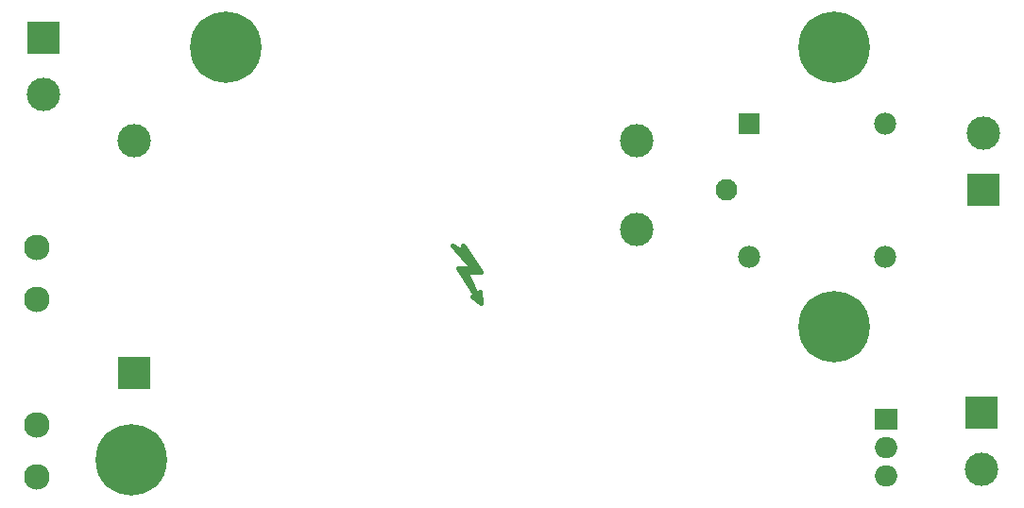
<source format=gbr>
%TF.GenerationSoftware,KiCad,Pcbnew,(6.0.0)*%
%TF.CreationDate,2022-03-17T14:10:33-06:00*%
%TF.ProjectId,main-board,6d61696e-2d62-46f6-9172-642e6b696361,rev?*%
%TF.SameCoordinates,Original*%
%TF.FileFunction,Soldermask,Bot*%
%TF.FilePolarity,Negative*%
%FSLAX46Y46*%
G04 Gerber Fmt 4.6, Leading zero omitted, Abs format (unit mm)*
G04 Created by KiCad (PCBNEW (6.0.0)) date 2022-03-17 14:10:33*
%MOMM*%
%LPD*%
G01*
G04 APERTURE LIST*
%ADD10C,0.381000*%
%ADD11C,0.800000*%
%ADD12C,6.400000*%
%ADD13R,2.000000X1.905000*%
%ADD14O,2.000000X1.905000*%
%ADD15R,3.000000X3.000000*%
%ADD16C,3.000000*%
%ADD17R,1.980000X1.980000*%
%ADD18C,1.980000*%
%ADD19C,1.935000*%
%ADD20C,2.300000*%
G04 APERTURE END LIST*
D10*
%TO.C,REF\u002A\u002A*%
X109347000Y-64770000D02*
X110617000Y-64770000D01*
X111379000Y-65151000D02*
X109982000Y-65151000D01*
X111379000Y-67945000D02*
X110617000Y-67310000D01*
X111125000Y-67564000D02*
X109347000Y-64770000D01*
X109601000Y-63119000D02*
X110998000Y-65024000D01*
X109601000Y-63246000D02*
X109728000Y-62738000D01*
X109855000Y-62865000D02*
X111379000Y-65151000D01*
X108839000Y-62738000D02*
X109601000Y-63246000D01*
X110617000Y-64770000D02*
X108839000Y-62738000D01*
X111002000Y-65024000D02*
X109732000Y-65024000D01*
X111252000Y-66929000D02*
X111379000Y-67945000D01*
X109982000Y-65151000D02*
X111125000Y-67437000D01*
%TD*%
D11*
%TO.C,REF\u002A\u002A*%
X81697056Y-80302944D03*
X78302944Y-80302944D03*
D12*
X80000000Y-82000000D03*
D11*
X81697056Y-83697056D03*
X82400000Y-82000000D03*
X78302944Y-83697056D03*
X80000000Y-79600000D03*
X77600000Y-82000000D03*
X80000000Y-84400000D03*
%TD*%
D13*
%TO.C,Q2*%
X147680000Y-78360000D03*
D14*
X147680000Y-80900000D03*
X147680000Y-83440000D03*
%TD*%
D15*
%TO.C,J2*%
X156360000Y-57730000D03*
D16*
X156360000Y-52650000D03*
%TD*%
D17*
%TO.C,K1*%
X135392500Y-51790000D03*
D18*
X135392500Y-63790000D03*
D19*
X133392500Y-57790000D03*
D18*
X147592500Y-51790000D03*
X147592500Y-63790000D03*
%TD*%
D11*
%TO.C,REF\u002A\u002A*%
X88500000Y-42600000D03*
D12*
X88500000Y-45000000D03*
D11*
X90197056Y-43302944D03*
X88500000Y-47400000D03*
X86802944Y-43302944D03*
X86100000Y-45000000D03*
X90900000Y-45000000D03*
X90197056Y-46697056D03*
X86802944Y-46697056D03*
%TD*%
%TO.C,REF\u002A\u002A*%
X141302944Y-68302944D03*
X145400000Y-70000000D03*
X143000000Y-67600000D03*
X140600000Y-70000000D03*
X141302944Y-71697056D03*
X144697056Y-68302944D03*
D12*
X143000000Y-70000000D03*
D11*
X143000000Y-72400000D03*
X144697056Y-71697056D03*
%TD*%
D20*
%TO.C,F1*%
X71600000Y-67550000D03*
X71600000Y-62950000D03*
X71600000Y-83450000D03*
X71600000Y-78850000D03*
%TD*%
D15*
%TO.C,J3*%
X156250000Y-77710000D03*
D16*
X156250000Y-82790000D03*
%TD*%
D15*
%TO.C,J1*%
X72150000Y-44160000D03*
D16*
X72150000Y-49240000D03*
%TD*%
D11*
%TO.C,REF\u002A\u002A*%
X141302944Y-43302944D03*
X143000000Y-47400000D03*
X141302944Y-46697056D03*
X144697056Y-43302944D03*
X143000000Y-42600000D03*
D12*
X143000000Y-45000000D03*
D11*
X145400000Y-45000000D03*
X144697056Y-46697056D03*
X140600000Y-45000000D03*
%TD*%
D15*
%TO.C,PS1*%
X80320000Y-74150000D03*
D16*
X80320000Y-53350000D03*
X125320000Y-53350000D03*
X125320000Y-61350000D03*
%TD*%
M02*

</source>
